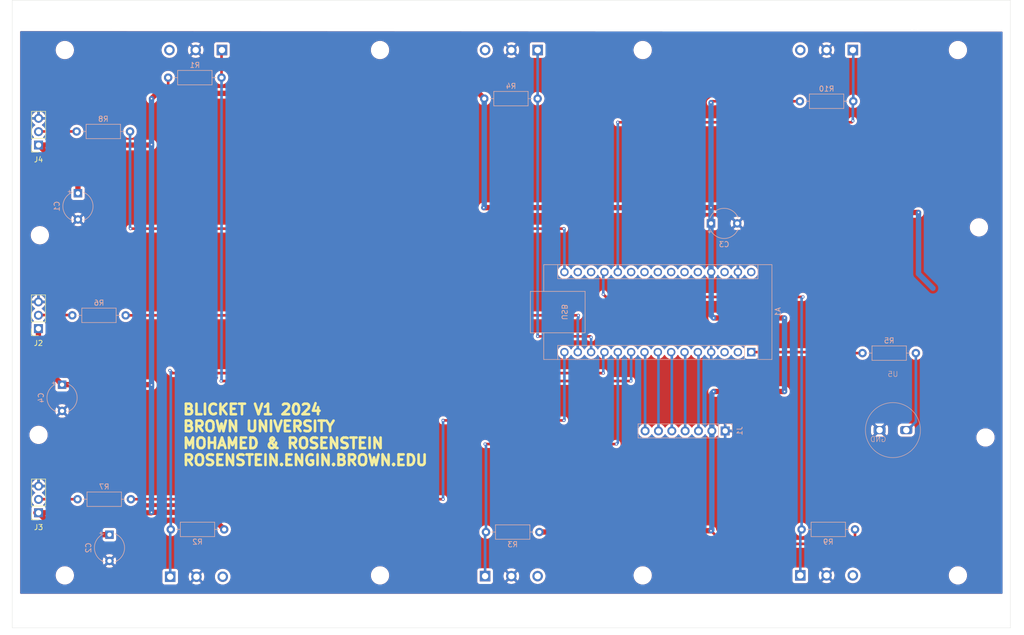
<source format=kicad_pcb>
(kicad_pcb (version 20240108) (generator "pcbnew") (generator_version "8.0")
  (layers (0 "F.Cu" signal) (31 "B.Cu" signal) (34 "B.Paste" user) (35 "F.Paste" user) (36 "B.SilkS" user "B.Silkscreen") (37 "F.SilkS" user "F.Silkscreen") (38 "B.Mask" user) (39 "F.Mask" user) (44 "Edge.Cuts" user))
  (net 0 "")
  (footprint "First_cost_Library:switch" (layer "F.Cu") (at 76.41 39.5 -90)
    (property "Reference" "U1" (hide yes))
    (property "Value" "~" (hide yes))
    (pad "1" thru_hole rect (at 5 -13 270) (size 2 2) (drill 1.2) (layers "*.Cu" "*.Mask"))
    (pad "2" thru_hole circle (at 5 -8 270) (size 2 2) (drill 1.2) (layers "*.Cu" "*.Mask"))
    (pad "3" thru_hole circle (at 5 -3 270) (size 2 2) (drill 1.2) (layers "*.Cu" "*.Mask"))
  )
  (footprint "MountingHole:MountingHole_3mm" (layer "F.Cu") (at 54.75 79.75)
    (property "Reference" "REF**" (hide yes))
    (property "Value" "MountingHole_3mm")
    (pad "" np_thru_hole circle (at 0 0) (size 3 3) (drill 3) (layers "F&B.Cu" "*.Mask"))
  )
  (footprint "MountingHole:MountingHole_3mm" (layer "F.Cu") (at 229.5 44.5)
    (property "Reference" "REF**" (hide yes))
    (property "Value" "MountingHole_3mm")
    (pad "" np_thru_hole circle (at 0 0) (size 3 3) (drill 3) (layers "*.Cu" "*.Mask"))
  )
  (footprint "MountingHole:MountingHole_3mm" (layer "F.Cu") (at 59.5 144.5)
    (property "Reference" "REF**" (hide yes))
    (property "Value" "MountingHole_3mm")
    (pad "" np_thru_hole circle (at 0 0) (size 3 3) (drill 3) (layers "*.Cu" "*.Mask"))
  )
  (footprint "MountingHole:MountingHole_3mm" (layer "F.Cu") (at 221.25 39)
    (property "Reference" "REF**" (hide yes))
    (property "Value" "MountingHole_3mm")
    (pad "" np_thru_hole circle (at 0 0) (size 3 3) (drill 3) (layers "F&B.Cu" "*.Mask"))
  )
  (footprint "MountingHole:MountingHole_3mm" (layer "F.Cu") (at 119.5 144.5)
    (property "Reference" "REF**" (hide yes))
    (property "Value" "MountingHole_3mm")
    (pad "" np_thru_hole circle (at 0 0) (size 3 3) (drill 3) (layers "*.Cu" "*.Mask"))
  )
  (footprint "First_cost_Library:switch" (layer "F.Cu") (at 196.5 39.5 -90)
    (property "Reference" "U7" (hide yes))
    (property "Value" "~" (hide yes))
    (pad "1" thru_hole rect (at 5 -13 270) (size 2 2) (drill 1.2) (layers "*.Cu" "*.Mask"))
    (pad "2" thru_hole circle (at 5 -8 270) (size 2 2) (drill 1.2) (layers "*.Cu" "*.Mask"))
    (pad "3" thru_hole circle (at 5 -3 270) (size 2 2) (drill 1.2) (layers "*.Cu" "*.Mask"))
  )
  (footprint "MountingHole:MountingHole_3mm" (layer "F.Cu") (at 229.5 144.5)
    (property "Reference" "REF**" (hide yes))
    (property "Value" "MountingHole_3mm")
    (pad "" np_thru_hole circle (at 0 0) (size 3 3) (drill 3) (layers "*.Cu" "*.Mask"))
  )
  (footprint "MountingHole:MountingHole_3mm" (layer "F.Cu") (at 69.5 151)
    (property "Reference" "REF**" (hide yes))
    (property "Value" "MountingHole_3mm")
    (pad "" np_thru_hole circle (at 0 0) (size 3 3) (drill 3) (layers "F&B.Cu" "*.Mask"))
  )
  (footprint "MountingHole:MountingHole_3mm" (layer "F.Cu") (at 169.5 44.5)
    (property "Reference" "REF**" (hide yes))
    (property "Value" "MountingHole_3mm")
    (pad "" np_thru_hole circle (at 0 0) (size 3 3) (drill 3) (layers "*.Cu" "*.Mask"))
  )
  (footprint "Connector_PinSocket_2.54mm:PinSocket_1x03_P2.54mm_Vertical" (layer "F.Cu") (at 54.475 97.525 180)
    (property "Reference" "J2" (at 0 -2.77 0) (layer "F.SilkS"))
    (property "Value" "Conn_01x03_Pin")
    (fp_line (start 1.33 1.27) (end 1.33 6.41) (stroke (width 0.12)) (layer "F.SilkS"))
    (fp_line (start 1.33 -1.33) (end 1.33 0) (stroke (width 0.12)) (layer "F.SilkS"))
    (fp_line (start 0 -1.33) (end 1.33 -1.33) (stroke (width 0.12)) (layer "F.SilkS"))
    (fp_line (start -1.33 6.41) (end 1.33 6.41) (stroke (width 0.12)) (layer "F.SilkS"))
    (fp_line (start -1.33 1.27) (end 1.33 1.27) (stroke (width 0.12)) (layer "F.SilkS"))
    (fp_line (start -1.33 1.27) (end -1.33 6.41) (stroke (width 0.12)) (layer "F.SilkS"))
    (pad "1" thru_hole rect (at 0 0 180) (size 1.7 1.7) (drill 1) (layers "*.Cu" "*.Mask"))
    (pad "2" thru_hole oval (at 0 2.54 180) (size 1.7 1.7) (drill 1) (layers "*.Cu" "*.Mask"))
    (pad "3" thru_hole oval (at 0 5.08 180) (size 1.7 1.7) (drill 1) (layers "*.Cu" "*.Mask"))
  )
  (footprint "MountingHole:MountingHole_3mm" (layer "F.Cu") (at 119.5 44.5)
    (property "Reference" "REF**" (hide yes))
    (property "Value" "MountingHole_3mm")
    (pad "" np_thru_hole circle (at 0 0) (size 3 3) (drill 3) (layers "*.Cu" "*.Mask"))
  )
  (footprint "MountingHole:MountingHole_3mm" (layer "F.Cu") (at 54.5 117.75)
    (property "Reference" "REF**" (hide yes))
    (property "Value" "MountingHole_3mm")
    (pad "" np_thru_hole circle (at 0 0) (size 3 3) (drill 3) (layers "F&B.Cu" "*.Mask"))
  )
  (footprint "Connector_PinSocket_2.54mm:PinSocket_1x03_P2.54mm_Vertical" (layer "F.Cu") (at 54.5 62.58 180)
    (property "Reference" "J4" (at 0 -2.77 0) (layer "F.SilkS"))
    (property "Value" "Conn_01x03_Pin")
    (fp_line (start 1.33 1.27) (end 1.33 6.41) (stroke (width 0.12)) (layer "F.SilkS"))
    (fp_line (start 1.33 -1.33) (end 1.33 0) (stroke (width 0.12)) (layer "F.SilkS"))
    (fp_line (start 0 -1.33) (end 1.33 -1.33) (stroke (width 0.12)) (layer "F.SilkS"))
    (fp_line (start -1.33 6.41) (end 1.33 6.41) (stroke (width 0.12)) (layer "F.SilkS"))
    (fp_line (start -1.33 1.27) (end 1.33 1.27) (stroke (width 0.12)) (layer "F.SilkS"))
    (fp_line (start -1.33 1.27) (end -1.33 6.41) (stroke (width 0.12)) (layer "F.SilkS"))
    (pad "1" thru_hole rect (at 0 0 180) (size 1.7 1.7) (drill 1) (layers "*.Cu" "*.Mask"))
    (pad "2" thru_hole oval (at 0 2.54 180) (size 1.7 1.7) (drill 1) (layers "*.Cu" "*.Mask"))
    (pad "3" thru_hole oval (at 0 5.08 180) (size 1.7 1.7) (drill 1) (layers "*.Cu" "*.Mask"))
  )
  (footprint "MountingHole:MountingHole_3mm" (layer "F.Cu") (at 59.5 44.5)
    (property "Reference" "REF**" (hide yes))
    (property "Value" "MountingHole_3mm")
    (pad "" np_thru_hole circle (at 0 0) (size 3 3) (drill 3) (layers "*.Cu" "*.Mask"))
  )
  (footprint "First_cost_Library:switch" (layer "F.Cu") (at 212.5 149.5 90)
    (property "Reference" "U6" (hide yes))
    (property "Value" "~" (hide yes))
    (pad "1" thru_hole rect (at 5 -13 90) (size 2 2) (drill 1.2) (layers "*.Cu" "*.Mask"))
    (pad "2" thru_hole circle (at 5 -8 90) (size 2 2) (drill 1.2) (layers "*.Cu" "*.Mask"))
    (pad "3" thru_hole circle (at 5 -3 90) (size 2 2) (drill 1.2) (layers "*.Cu" "*.Mask"))
  )
  (footprint "First_cost_Library:switch" (layer "F.Cu") (at 152.5 149.6375 90)
    (property "Reference" "U3" (hide yes))
    (property "Value" "~" (hide yes))
    (pad "1" thru_hole rect (at 5 -13 90) (size 2 2) (drill 1.2) (layers "*.Cu" "*.Mask"))
    (pad "2" thru_hole circle (at 5 -8 90) (size 2 2) (drill 1.2) (layers "*.Cu" "*.Mask"))
    (pad "3" thru_hole circle (at 5 -3 90) (size 2 2) (drill 1.2) (layers "*.Cu" "*.Mask"))
  )
  (footprint "MountingHole:MountingHole_3mm" (layer "F.Cu") (at 234.75 118.25)
    (property "Reference" "REF**" (hide yes))
    (property "Value" "MountingHole_3mm")
    (pad "" np_thru_hole circle (at 0 0) (size 3 3) (drill 3) (layers "F&B.Cu" "*.Mask"))
  )
  (footprint "First_cost_Library:switch" (layer "F.Cu") (at 136.5 39.5 -90)
    (property "Reference" "U4" (hide yes))
    (property "Value" "~" (hide yes))
    (pad "1" thru_hole rect (at 5 -13 270) (size 2 2) (drill 1.2) (layers "*.Cu" "*.Mask"))
    (pad "2" thru_hole circle (at 5 -8 270) (size 2 2) (drill 1.2) (layers "*.Cu" "*.Mask"))
    (pad "3" thru_hole circle (at 5 -3 270) (size 2 2) (drill 1.2) (layers "*.Cu" "*.Mask"))
  )
  (footprint "MountingHole:MountingHole_3mm" (layer "F.Cu") (at 169.5 144.5)
    (property "Reference" "REF**" (hide yes))
    (property "Value" "MountingHole_3mm")
    (pad "" np_thru_hole circle (at 0 0) (size 3 3) (drill 3) (layers "*.Cu" "*.Mask"))
  )
  (footprint "MountingHole:MountingHole_3mm" (layer "F.Cu") (at 69.25 38.75)
    (property "Reference" "REF**" (hide yes))
    (property "Value" "MountingHole_3mm")
    (pad "" np_thru_hole circle (at 0 0) (size 3 3) (drill 3) (layers "F&B.Cu" "*.Mask"))
  )
  (footprint "First_cost_Library:switch" (layer "F.Cu") (at 92.5575 149.75 90)
    (property "Reference" "U2" (hide yes))
    (property "Value" "~" (hide yes))
    (pad "1" thru_hole rect (at 5 -13 90) (size 2 2) (drill 1.2) (layers "*.Cu" "*.Mask"))
    (pad "2" thru_hole circle (at 5 -8 90) (size 2 2) (drill 1.2) (layers "*.Cu" "*.Mask"))
    (pad "3" thru_hole circle (at 5 -3 90) (size 2 2) (drill 1.2) (layers "*.Cu" "*.Mask"))
  )
  (footprint "MountingHole:MountingHole_3mm" (layer "F.Cu") (at 222.5 151)
    (property "Reference" "REF**" (hide yes))
    (property "Value" "MountingHole_3mm")
    (pad "" np_thru_hole circle (at 0 0) (size 3 3) (drill 3) (layers "F&B.Cu" "*.Mask"))
  )
  (footprint "Connector_PinSocket_2.54mm:PinSocket_1x03_P2.54mm_Vertical" (layer "F.Cu") (at 54.5 132.58 180)
    (property "Reference" "J3" (at 0 -2.77 0) (layer "F.SilkS"))
    (property "Value" "Conn_01x03_Pin")
    (fp_line (start 1.33 1.27) (end 1.33 6.41) (stroke (width 0.12)) (layer "F.SilkS"))
    (fp_line (start 1.33 -1.33) (end 1.33 0) (stroke (width 0.12)) (layer "F.SilkS"))
    (fp_line (start 0 -1.33) (end 1.33 -1.33) (stroke (width 0.12)) (layer "F.SilkS"))
    (fp_line (start -1.33 6.41) (end 1.33 6.41) (stroke (width 0.12)) (layer "F.SilkS"))
    (fp_line (start -1.33 1.27) (end 1.33 1.27) (stroke (width 0.12)) (layer "F.SilkS"))
    (fp_line (start -1.33 1.27) (end -1.33 6.41) (stroke (width 0.12)) (layer "F.SilkS"))
    (pad "1" thru_hole rect (at 0 0 180) (size 1.7 1.7) (drill 1) (layers "*.Cu" "*.Mask"))
    (pad "2" thru_hole oval (at 0 2.54 180) (size 1.7 1.7) (drill 1) (layers "*.Cu" "*.Mask"))
    (pad "3" thru_hole oval (at 0 5.08 180) (size 1.7 1.7) (drill 1) (layers "*.Cu" "*.Mask"))
  )
  (footprint "MountingHole:MountingHole_3mm" (layer "F.Cu") (at 233.5 78.25)
    (property "Reference" "REF**" (hide yes))
    (property "Value" "MountingHole_3mm")
    (pad "" np_thru_hole circle (at 0 0) (size 3 3) (drill 3) (layers "F&B.Cu" "*.Mask"))
  )
  (footprint "Capacitor_THT:CP_Radial_Tantal_D5.5mm_P5.00mm" (layer "B.Cu") (at 68 136.75 -90)
    (property "Reference" "C2" (at 2.5 4 90) (layer "B.SilkS") (effects (justify mirror)))
    (property "Value" "C_Polarized")
    (fp_line (start -0.022262 1.615) (end -0.572262 1.615) (stroke (width 0.12)) (layer "B.SilkS"))
    (fp_line (start -0.297262 1.34) (end -0.297262 1.89) (stroke (width 0.12)) (layer "B.SilkS"))
    (fp_arc (start 5.167077 1.06) (mid 2.5 2.87) (end -0.167077 1.06) (stroke (width 0.12)) (layer "B.SilkS"))
    (fp_arc (start -0.167077 -1.06) (mid 2.5 -2.87) (end 5.167077 -1.06) (stroke (width 0.12)) (layer "B.SilkS"))
    (pad "1" thru_hole rect (at 0 0 270) (size 1.6 1.6) (drill 0.8) (layers "*.Cu" "*.Mask"))
    (pad "2" thru_hole circle (at 5 0 270) (size 1.6 1.6) (drill 0.8) (layers "*.Cu" "*.Mask"))
  )
  (footprint "Capacitor_THT:CP_Radial_Tantal_D5.5mm_P5.00mm" (layer "B.Cu") (at 58.975 108.195 -90)
    (property "Reference" "C4" (at 2.5 4 90) (layer "B.SilkS") (effects (justify mirror)))
    (property "Value" "C_Polarized")
    (fp_line (start -0.022262 1.615) (end -0.572262 1.615) (stroke (width 0.12)) (layer "B.SilkS"))
    (fp_line (start -0.297262 1.34) (end -0.297262 1.89) (stroke (width 0.12)) (layer "B.SilkS"))
    (fp_arc (start 5.167077 1.06) (mid 2.5 2.87) (end -0.167077 1.06) (stroke (width 0.12)) (layer "B.SilkS"))
    (fp_arc (start -0.167077 -1.06) (mid 2.5 -2.87) (end 5.167077 -1.06) (stroke (width 0.12)) (layer "B.SilkS"))
    (pad "1" thru_hole rect (at 0 0 270) (size 1.6 1.6) (drill 0.8) (layers "*.Cu" "*.Mask"))
    (pad "2" thru_hole circle (at 5 0 270) (size 1.6 1.6) (drill 0.8) (layers "*.Cu" "*.Mask"))
  )
  (footprint "Resistor_THT:R_Axial_DIN0207_L6.3mm_D2.5mm_P10.16mm_Horizontal" (layer "B.Cu") (at 79.67 135.75)
    (property "Reference" "R2" (at 5.08 2.37 0) (layer "B.SilkS") (effects (justify mirror)))
    (property "Value" "10k")
    (fp_line (start 1.81 -1.37) (end 1.81 1.37) (stroke (width 0.12)) (layer "B.SilkS"))
    (fp_line (start 1.81 0) (end 1.04 0) (stroke (width 0.12)) (layer "B.SilkS"))
    (fp_line (start 1.81 1.37) (end 8.35 1.37) (stroke (width 0.12)) (layer "B.SilkS"))
    (fp_line (start 8.35 -1.37) (end 1.81 -1.37) (stroke (width 0.12)) (layer "B.SilkS"))
    (fp_line (start 8.35 0) (end 9.12 0) (stroke (width 0.12)) (layer "B.SilkS"))
    (fp_line (start 8.35 1.37) (end 8.35 -1.37) (stroke (width 0.12)) (layer "B.SilkS"))
    (pad "1" thru_hole circle (at 0 0) (size 1.6 1.6) (drill 0.8) (layers "*.Cu" "*.Mask"))
    (pad "2" thru_hole oval (at 10.16 0) (size 1.6 1.6) (drill 0.8) (layers "*.Cu" "*.Mask"))
  )
  (footprint "Capacitor_THT:CP_Radial_Tantal_D5.5mm_P5.00mm" (layer "B.Cu") (at 62 71.75 -90)
    (property "Reference" "C1" (at 2.5 4 90) (layer "B.SilkS") (effects (justify mirror)))
    (property "Value" "C_Polarized")
    (fp_line (start -0.022262 1.615) (end -0.572262 1.615) (stroke (width 0.12)) (layer "B.SilkS"))
    (fp_line (start -0.297262 1.34) (end -0.297262 1.89) (stroke (width 0.12)) (layer "B.SilkS"))
    (fp_arc (start 5.167077 1.06) (mid 2.5 2.87) (end -0.167077 1.06) (stroke (width 0.12)) (layer "B.SilkS"))
    (fp_arc (start -0.167077 -1.06) (mid 2.5 -2.87) (end 5.167077 -1.06) (stroke (width 0.12)) (layer "B.SilkS"))
    (pad "1" thru_hole rect (at 0 0 270) (size 1.6 1.6) (drill 0.8) (layers "*.Cu" "*.Mask"))
    (pad "2" thru_hole circle (at 5 0 270) (size 1.6 1.6) (drill 0.8) (layers "*.Cu" "*.Mask"))
  )
  (footprint "Capacitor_THT:CP_Radial_Tantal_D5.5mm_P5.00mm" (layer "B.Cu") (at 182.5 77.5)
    (property "Reference" "C3" (at 2.5 4 0) (layer "B.SilkS") (effects (justify mirror)))
    (property "Value" "C_Polarized")
    (fp_line (start -0.297262 1.34) (end -0.297262 1.89) (stroke (width 0.12)) (layer "B.SilkS"))
    (fp_line (start -0.022262 1.615) (end -0.572262 1.615) (stroke (width 0.12)) (layer "B.SilkS"))
    (fp_arc (start -0.167077 -1.06) (mid 2.5 -2.87) (end 5.167077 -1.06) (stroke (width 0.12)) (layer "B.SilkS"))
    (fp_arc (start 5.167077 1.06) (mid 2.5 2.87) (end -0.167077 1.06) (stroke (width 0.12)) (layer "B.SilkS"))
    (pad "1" thru_hole rect (at 0 0) (size 1.6 1.6) (drill 0.8) (layers "*.Cu" "*.Mask"))
    (pad "2" thru_hole circle (at 5 0) (size 1.6 1.6) (drill 0.8) (layers "*.Cu" "*.Mask"))
  )
  (footprint "Resistor_THT:R_Axial_DIN0207_L6.3mm_D2.5mm_P10.16mm_Horizontal" (layer "B.Cu") (at 71.08 95 180)
    (property "Reference" "R6" (at 5.08 2.37 0) (layer "B.SilkS") (effects (justify mirror)))
    (property "Value" "10k")
    (fp_line (start 8.35 1.37) (end 8.35 -1.37) (stroke (width 0.12)) (layer "B.SilkS"))
    (fp_line (start 8.35 0) (end 9.12 0) (stroke (width 0.12)) (layer "B.SilkS"))
    (fp_line (start 8.35 -1.37) (end 1.81 -1.37) (stroke (width 0.12)) (layer "B.SilkS"))
    (fp_line (start 1.81 1.37) (end 8.35 1.37) (stroke (width 0.12)) (layer "B.SilkS"))
    (fp_line (start 1.81 0) (end 1.04 0) (stroke (width 0.12)) (layer "B.SilkS"))
    (fp_line (start 1.81 -1.37) (end 1.81 1.37) (stroke (width 0.12)) (layer "B.SilkS"))
    (pad "1" thru_hole circle (at 0 0 180) (size 1.6 1.6) (drill 0.8) (layers "*.Cu" "*.Mask"))
    (pad "2" thru_hole oval (at 10.16 0 180) (size 1.6 1.6) (drill 0.8) (layers "*.Cu" "*.Mask"))
  )
  (footprint "Resistor_THT:R_Axial_DIN0207_L6.3mm_D2.5mm_P10.16mm_Horizontal" (layer "B.Cu") (at 72.08 130 180)
    (property "Reference" "R7" (at 5.08 2.37 0) (layer "B.SilkS") (effects (justify mirror)))
    (property "Value" "10k")
    (fp_line (start 8.35 1.37) (end 8.35 -1.37) (stroke (width 0.12)) (layer "B.SilkS"))
    (fp_line (start 8.35 0) (end 9.12 0) (stroke (width 0.12)) (layer "B.SilkS"))
    (fp_line (start 8.35 -1.37) (end 1.81 -1.37) (stroke (width 0.12)) (layer "B.SilkS"))
    (fp_line (start 1.81 1.37) (end 8.35 1.37) (stroke (width 0.12)) (layer "B.SilkS"))
    (fp_line (start 1.81 0) (end 1.04 0) (stroke (width 0.12)) (layer "B.SilkS"))
    (fp_line (start 1.81 -1.37) (end 1.81 1.37) (stroke (width 0.12)) (layer "B.SilkS"))
    (pad "1" thru_hole circle (at 0 0 180) (size 1.6 1.6) (drill 0.8) (layers "*.Cu" "*.Mask"))
    (pad "2" thru_hole oval (at 10.16 0 180) (size 1.6 1.6) (drill 0.8) (layers "*.Cu" "*.Mask"))
  )
  (footprint "Resistor_THT:R_Axial_DIN0207_L6.3mm_D2.5mm_P10.16mm_Horizontal" (layer "B.Cu") (at 221.5 102.188172 180)
    (property "Reference" "R5" (at 5.08 2.37 0) (layer "B.SilkS") (effects (justify mirror)))
    (property "Value" "10k")
    (fp_line (start 8.35 1.37) (end 8.35 -1.37) (stroke (width 0.12)) (layer "B.SilkS"))
    (fp_line (start 8.35 0) (end 9.12 0) (stroke (width 0.12)) (layer "B.SilkS"))
    (fp_line (start 8.35 -1.37) (end 1.81 -1.37) (stroke (width 0.12)) (layer "B.SilkS"))
    (fp_line (start 1.81 1.37) (end 8.35 1.37) (stroke (width 0.12)) (layer "B.SilkS"))
    (fp_line (start 1.81 0) (end 1.04 0) (stroke (width 0.12)) (layer "B.SilkS"))
    (fp_line (start 1.81 -1.37) (end 1.81 1.37) (stroke (width 0.12)) (layer "B.SilkS"))
    (pad "1" thru_hole circle (at 0 0 180) (size 1.6 1.6) (drill 0.8) (layers "*.Cu" "*.Mask"))
    (pad "2" thru_hole oval (at 10.16 0 180) (size 1.6 1.6) (drill 0.8) (layers "*.Cu" "*.Mask"))
  )
  (footprint "Module:Arduino_Nano" (layer "B.Cu") (at 190.16 102 90)
    (property "Reference" "A1" (at 7.62 5.08 90) (layer "B.SilkS") (effects (justify mirror)))
    (property "Value" "Arduino_Nano_Every")
    (fp_line (start 11.56 -42.04) (end 11.56 -31.62) (stroke (width 0.12)) (layer "B.SilkS"))
    (fp_line (start 3.68 -42.04) (end 11.56 -42.04) (stroke (width 0.12)) (layer "B.SilkS"))
    (fp_line (start 11.56 -39.5) (end 16.64 -39.5) (stroke (width 0.12)) (layer "B.SilkS"))
    (fp_line (start 3.68 -39.5) (end -1.4 -39.5) (stroke (width 0.12)) (layer "B.SilkS"))
    (fp_line (start -1.4 -39.5) (end -1.4 -1.27) (stroke (width 0.12)) (layer "B.SilkS"))
    (fp_line (start 16.64 -36.83) (end 13.97 -36.83) (stroke (width 0.12)) (layer "B.SilkS"))
    (fp_line (start 13.97 -36.83) (end 13.97 1.27) (stroke (width 0.12)) (layer "B.SilkS"))
    (fp_line (start 1.27 -36.83) (end 1.27 -1.27) (stroke (width 0.12)) (layer "B.SilkS"))
    (fp_line (start -1.4 -36.83) (end 1.27 -36.83) (stroke (width 0.12)) (layer "B.SilkS"))
    (fp_line (start 11.56 -31.62) (end 3.68 -31.62) (stroke (width 0.12)) (layer "B.SilkS"))
    (fp_line (start 3.68 -31.62) (end 3.68 -42.04) (stroke (width 0.12)) (layer "B.SilkS"))
    (fp_line (start -1.4 -1.27) (end 1.27 -1.27) (stroke (width 0.12)) (layer "B.SilkS"))
    (fp_line (start 16.64 1.27) (end 13.97 1.27) (stroke (width 0.12)) (layer "B.SilkS"))
    (fp_line (start 1.27 1.27) (end 1.27 -1.27) (stroke (width 0.12)) (layer "B.SilkS"))
    (fp_line (start -1.4 1.27) (end 1.27 1.27) (stroke (width 0.12)) (layer "B.SilkS"))
    (fp_line (start -1.4 1.27) (end -1.4 3.94) (stroke (width 0.12)) (layer "B.SilkS"))
    (fp_line (start 16.64 3.94) (end 16.64 -39.5) (stroke (width 0.12)) (layer "B.SilkS"))
    (fp_line (start -1.4 3.94) (end 16.64 3.94) (stroke (width 0.12)) (layer "B.SilkS"))
    (fp_text user "USB" (at 7.62 -35.56 -90) (layer "B.SilkS") (effects (justify mirror)))
    (pad "1" thru_hole rect (at 0 0 90) (size 1.6 1.6) (drill 1) (layers "*.Cu" "*.Mask"))
    (pad "2" thru_hole oval (at 0 -2.54 90) (size 1.6 1.6) (drill 1) (layers "*.Cu" "*.Mask"))
    (pad "3" thru_hole oval (at 0 -5.08 90) (size 1.6 1.6) (drill 1) (layers "*.Cu" "*.Mask"))
    (pad "4" thru_hole oval (at 0 -7.62 90) (size 1.6 1.6) (drill 1) (layers "*.Cu" "*.Mask"))
    (pad "5" thru_hole oval (at 0 -10.16 90) (size 1.6 1.6) (drill 1) (layers "*.Cu" "*.Mask"))
    (pad "6" thru_hole oval (at 0 -12.7 90) (size 1.6 1.6) (drill 1) (layers "*.Cu" "*.Mask"))
    (pad "7" thru_hole oval (at 0 -15.24 90) (size 1.6 1.6) (drill 1) (layers "*.Cu" "*.Mask"))
    (pad "8" thru_hole oval (at 0 -17.78 90) (size 1.6 1.6) (drill 1) (layers "*.Cu" "*.Mask"))
    (pad "9" thru_hole oval (at 0 -20.32 90) (size 1.6 1.6) (drill 1) (layers "*.Cu" "*.Mask"))
    (pad "10" thru_hole oval (at 0 -22.86 90) (size 1.6 1.6) (drill 1) (layers "*.Cu" "*.Mask"))
    (pad "11" thru_hole oval (at 0 -25.4 90) (size 1.6 1.6) (drill 1) (layers "*.Cu" "*.Mask"))
    (pad "12" thru_hole oval (at 0 -27.94 90) (size 1.6 1.6) (drill 1) (layers "*.Cu" "*.Mask"))
    (pad "13" thru_hole oval (at 0 -30.48 90) (size 1.6 1.6) (drill 1) (layers "*.Cu" "*.Mask"))
    (pad "14" thru_hole oval (at 0 -33.02 90) (size 1.6 1.6) (drill 1) (layers "*.Cu" "*.Mask"))
    (pad "15" thru_hole oval (at 0 -35.56 90) (size 1.6 1.6) (drill 1) (layers "*.Cu" "*.Mask"))
    (pad "16" thru_hole oval (at 15.24 -35.56 90) (size 1.6 1.6) (drill 1) (layers "*.Cu" "*.Mask"))
    (pad "17" thru_hole oval (at 15.24 -33.02 90) (size 1.6 1.6) (drill 1) (layers "*.Cu" "*.Mask"))
    (pad "18" thru_hole oval (at 15.24 -30.48 90) (size 1.6 1.6) (drill 1) (layers "*.Cu" "*.Mask"))
    (pad "19" thru_hole oval (at 15.24 -27.94 90) (size 1.6 1.6) (drill 1) (layers "*.Cu" "*.Mask"))
    (pad "20" thru_hole oval (at 15.24 -25.4 90) (size 1.6 1.6) (drill 1) (layers "*.Cu" "*.Mask"))
    (pad "21" thru_hole oval (at 15.24 -22.86 90) (size 1.6 1.6) (drill 1) (layers "*.Cu" "*.Mask"))
    (pad "22" thru_hole oval (at 15.24 -20.32 90) (size 1.6 1.6) (drill 1) (layers "*.Cu" "*.Mask"))
    (pad "23" thru_hole oval (at 15.24 -17.78 90) (size 1.6 1.6) (drill 1) (layers "*.Cu" "*.Mask"))
    (pad "24" thru_hole oval (at 15.24 -15.24 90) (size 1.6 1.6) (drill 1) (layers "*.Cu" "*.Mask"))
    (pad "25" thru_hole oval (at 15.24 -12.7 90) (size 1.6 1.6) (drill 1) (layers "*.Cu" "*.Mask"))
    (pad "26" thru_hole oval (at 15.24 -10.16 90) (size 1.6 1.6) (drill 1) (layers "*.Cu" "*.Mask"))
    (pad "27" thru_hole oval (at 15.24 -7.62 90) (size 1.6 1.6) (drill 1) (layers "*.Cu" "*.Mask"))
    (pad "28" thru_hole oval (at 15.24 -5.08 90) (size 1.6 1.6) (drill 1) (layers "*.Cu" "*.Mask"))
    (pad "29" thru_hole oval (at 15.24 -2.54 90) (size 1.6 1.6) (drill 1) (layers "*.Cu" "*.Mask"))
    (pad "30" thru_hole oval (at 15.24 0 90) (size 1.6 1.6) (drill 1) (layers "*.Cu" "*.Mask"))
  )
  (footprint "Resistor_THT:R_Axial_DIN0207_L6.3mm_D2.5mm_P10.16mm_Horizontal" (layer "B.Cu") (at 199.75 135.75)
    (property "Reference" "R9" (at 5.08 2.37 0) (layer "B.SilkS") (effects (justify mirror)))
    (property "Value" "10k")
    (fp_line (start 1.81 -1.37) (end 1.81 1.37) (stroke (width 0.12)) (layer "B.SilkS"))
    (fp_line (start 1.81 0) (end 1.04 0) (stroke (width 0.12)) (layer "B.SilkS"))
    (fp_line (start 1.81 1.37) (end 8.35 1.37) (stroke (width 0.12)) (layer "B.SilkS"))
    (fp_line (start 8.35 -1.37) (end 1.81 -1.37) (stroke (width 0.12)) (layer "B.SilkS"))
    (fp_line (start 8.35 0) (end 9.12 0) (stroke (width 0.12)) (layer "B.SilkS"))
    (fp_line (start 8.35 1.37) (end 8.35 -1.37) (stroke (width 0.12)) (layer "B.SilkS"))
    (pad "1" thru_hole circle (at 0 0) (size 1.6 1.6) (drill 0.8) (layers "*.Cu" "*.Mask"))
    (pad "2" thru_hole oval (at 10.16 0) (size 1.6 1.6) (drill 0.8) (layers "*.Cu" "*.Mask"))
  )
  (footprint "Resistor_THT:R_Axial_DIN0207_L6.3mm_D2.5mm_P10.16mm_Horizontal" (layer "B.Cu") (at 71.91 60 180)
    (property "Reference" "R8" (at 5.08 2.37 0) (layer "B.SilkS") (effects (justify mirror)))
    (property "Value" "10k")
    (fp_line (start 8.35 1.37) (end 8.35 -1.37) (stroke (width 0.12)) (layer "B.SilkS"))
    (fp_line (start 8.35 0) (end 9.12 0) (stroke (width 0.12)) (layer "B.SilkS"))
    (fp_line (start 8.35 -1.37) (end 1.81 -1.37) (stroke (width 0.12)) (layer "B.SilkS"))
    (fp_line (start 1.81 1.37) (end 8.35 1.37) (stroke (width 0.12)) (layer "B.SilkS"))
    (fp_line (start 1.81 0) (end 1.04 0) (stroke (width 0.12)) (layer "B.SilkS"))
    (fp_line (start 1.81 -1.37) (end 1.81 1.37) (stroke (width 0.12)) (layer "B.SilkS"))
    (pad "1" thru_hole circle (at 0 0 180) (size 1.6 1.6) (drill 0.8) (layers "*.Cu" "*.Mask"))
    (pad "2" thru_hole oval (at 10.16 0 180) (size 1.6 1.6) (drill 0.8) (layers "*.Cu" "*.Mask"))
  )
  (footprint "First_cost_Library:PS1240" (layer "B.Cu") (at 217.13 106.688172 180)
    (property "Reference" "U5" (at 0 0.5 0) (layer "B.SilkS") (effects (font (thickness 0.1)) (justify mirror)))
    (property "Value" "~")
    (fp_circle (center 0 -10.16) (end 1.27 -15.24) (stroke (width 0.1)) (fill none) (layer "B.SilkS"))
    (pad "1" thru_hole roundrect (at -2.54 -10.16 180) (size 2.286 1.524) (drill 1.2) (layers "*.Cu" "*.Mask"))
    (pad "2" thru_hole roundrect (at 2.54 -10.16 180) (size 2.286 1.524) (drill 1.2) (layers "*.Cu" "*.Mask"))
  )
  (footprint "Connector_PinSocket_2.54mm:PinSocket_1x07_P2.54mm_Vertical" (layer "B.Cu") (at 185.2 117 90)
    (property "Reference" "J1" (at 0 2.77 90) (layer "B.SilkS") (effects (justify mirror)))
    (property "Value" "Conn_01x07_Pin")
    (fp_line (start 1.33 -16.57) (end -1.33 -16.57) (stroke (width 0.12)) (layer "B.SilkS"))
    (fp_line (start 1.33 -16.57) (end 1.33 -1.27) (stroke (width 0.12)) (layer "B.SilkS"))
    (fp_line (start -1.33 -16.57) (end -1.33 -1.27) (stroke (width 0.12)) (layer "B.SilkS"))
    (fp_line (start 1.33 -1.27) (end -1.33 -1.27) (stroke (width 0.12)) (layer "B.SilkS"))
    (fp_line (start 1.33 0) (end 1.33 1.33) (stroke (width 0.12)) (layer "B.SilkS"))
    (fp_line (start 1.33 1.33) (end 0 1.33) (stroke (width 0.12)) (layer "B.SilkS"))
    (pad "1" thru_hole rect (at 0 0 90) (size 1.7 1.7) (drill 1) (layers "*.Cu" "*.Mask"))
    (pad "2" thru_hole oval (at 0 -2.54 90) (size 1.7 1.7) (drill 1) (layers "*.Cu" "*.Mask"))
    (pad "3" thru_hole oval (at 0 -5.08 90) (size 1.7 1.7) (drill 1) (layers "*.Cu" "*.Mask"))
    (pad "4" thru_hole oval (at 0 -7.62 90) (size 1.7 1.7) (drill 1) (layers "*.Cu" "*.Mask"))
    (pad "5" thru_hole oval (at 0 -10.16 90) (size 1.7 1.7) (drill 1) (layers "*.Cu" "*.Mask"))
    (pad "6" thru_hole oval (at 0 -12.7 90) (size 1.7 1.7) (drill 1) (layers "*.Cu" "*.Mask"))
    (pad "7" thru_hole oval (at 0 -15.24 90) (size 1.7 1.7) (drill 1) (layers "*.Cu" "*.Mask"))
  )
  (footprint "Resistor_THT:R_Axial_DIN0207_L6.3mm_D2.5mm_P10.16mm_Horizontal" (layer "B.Cu") (at 89.33 49.75 180)
    (property "Reference" "R1" (at 5.08 2.37 0) (layer "B.SilkS") (effects (justify mirror)))
    (property "Value" "10k")
    (fp_line (start 8.35 1.37) (end 8.35 -1.37) (stroke (width 0.12)) (layer "B.SilkS"))
    (fp_line (start 8.35 0) (end 9.12 0) (stroke (width 0.12)) (layer "B.SilkS"))
    (fp_line (start 8.35 -1.37) (end 1.81 -1.37) (stroke (width 0.12)) (layer "B.SilkS"))
    (fp_line (start 1.81 1.37) (end 8.35 1.37) (stroke (width 0.12)) (layer "B.SilkS"))
    (fp_line (start 1.81 0) (end 1.04 0) (stroke (width 0.12)) (layer "B.SilkS"))
    (fp_line (start 1.81 -1.37) (end 1.81 1.37) (stroke (width 0.12)) (layer "B.SilkS"))
    (pad "1" thru_hole circle (at 0 0 180) (size 1.6 1.6) (drill 0.8) (layers "*.Cu" "*.Mask"))
    (pad "2" thru_hole oval (at 10.16 0 180) (size 1.6 1.6) (drill 0.8) (layers "*.Cu" "*.Mask"))
  )
  (footprint "Resistor_THT:R_Axial_DIN0207_L6.3mm_D2.5mm_P10.16mm_Horizontal" (layer "B.Cu") (at 209.58 54.25 180)
    (property "Reference" "R10" (at 5.08 2.37 0) (layer "B.SilkS") (effects (justify mirror)))
    (property "Value" "10k")
    (fp_line (start 8.35 1.37) (end 8.35 -1.37) (stroke (width 0.12)) (layer "B.SilkS"))
    (fp_line (start 8.35 0) (end 9.12 0) (stroke (width 0.12)) (layer "B.SilkS"))
    (fp_line (start 8.35 -1.37) (end 1.81 -1.37) (stroke (width 0.12)) (layer "B.SilkS"))
    (fp_line (start 1.81 1.37) (end 8.35 1.37) (stroke (width 0.12)) (layer "B.SilkS"))
    (fp_line (start 1.81 0) (end 1.04 0) (stroke (width 0.12)) (layer "B.SilkS"))
    (fp_line (start 1.81 -1.37) (end 1.81 1.37) (stroke (width 0.12)) (layer "B.SilkS"))
    (pad "1" thru_hole circle (at 0 0 180) (size 1.6 1.6) (drill 0.8) (layers "*.Cu" "*.Mask"))
    (pad "2" thru_hole oval (at 10.16 0 180) (size 1.6 1.6) (drill 0.8) (layers "*.Cu" "*.Mask"))
  )
  (footprint "Resistor_THT:R_Axial_DIN0207_L6.3mm_D2.5mm_P10.16mm_Horizontal" (layer "B.Cu") (at 139.67 136.25)
    (property "Reference" "R3" (at 5.08 2.37 0) (layer "B.SilkS") (effects (justify mirror)))
    (property "Value" "10k")
    (fp_line (start 1.81 -1.37) (end 1.81 1.37) (stroke (width 0.12)) (layer "B.SilkS"))
    (fp_line (start 1.81 0) (end 1.04 0) (stroke (width 0.12)) (layer "B.SilkS"))
    (fp_line (start 1.81 1.37) (end 8.35 1.37) (stroke (width 0.12)) (layer "B.SilkS"))
    (fp_line (start 8.35 -1.37) (end 1.81 -1.37) (stroke (width 0.12)) (layer "B.SilkS"))
    (fp_line (start 8.35 0) (end 9.12 0) (stroke (width 0.12)) (layer "B.SilkS"))
    (fp_line (start 8.35 1.37) (end 8.35 -1.37) (stroke (width 0.12)) (layer "B.SilkS"))
    (pad "1" thru_hole circle (at 0 0) (size 1.6 1.6) (drill 0.8) (layers "*.Cu" "*.Mask"))
    (pad "2" thru_hole oval (at 10.16 0) (size 1.6 1.6) (drill 0.8) (layers "*.Cu" "*.Mask"))
  )
  (footprint "Resistor_THT:R_Axial_DIN0207_L6.3mm_D2.5mm_P10.16mm_Horizontal" (layer "B.Cu") (at 149.5 53.75 180)
    (property "Reference" "R4" (at 5.08 2.37 0) (layer "B.SilkS") (effects (justify mirror)))
    (property "Value" "10k")
    (fp_line (start 8.35 1.37) (end 8.35 -1.37) (stroke (width 0.12)) (layer "B.SilkS"))
    (fp_line (start 8.35 0) (end 9.12 0) (stroke (width 0.12)) (layer "B.SilkS"))
    (fp_line (start 8.35 -1.37) (end 1.81 -1.37) (stroke (width 0.12)) (layer "B.SilkS"))
    (fp_line (start 1.81 1.37) (end 8.35 1.37) (stroke (width 0.12)) (layer "B.SilkS"))
    (fp_line (start 1.81 0) (end 1.04 0) (stroke (width 0.12)) (layer "B.SilkS"))
    (fp_line (start 1.81 -1.37) (end 1.81 1.37) (stroke (width 0.12)) (layer "B.SilkS"))
    (pad "1" thru_hole circle (at 0 0 180) (size 1.6 1.6) (drill 0.8) (layers "*.Cu" "*.Mask"))
    (pad "2" thru_hole oval (at 10.16 0 180) (size 1.6 1.6) (drill 0.8) (layers "*.Cu" "*.Mask"))
  )
  (gr_rect (start 49.5 35) (end 239.5 154.5) (stroke (width 0.05)) (fill none) (layer "Edge.Cuts"))
  (gr_text "GND\n" (at 215.92 119.188172 0) (layer "B.SilkS") (effects (font (size 1 1) (thickness 0.1)) (justify left bottom mirror)))
  (gr_text "BLICKET V1 2024\nBROWN UNIVERSITY\nMOHAMED & ROSENSTEIN\nROSENSTEIN.ENGIN.BROWN.EDU" (at 81.75 123.75 0) (layer "F.SilkS") (effects (font (size 2 2) (thickness 0.5) (bold yes)) (justify left bottom)))
  (segment (start 89.33 44.58) (end 89.41 44.5) (width 0.5) (layer "F.Cu") (net 0))
  (segment (start 196.5 95.5) (end 183 95.5) (width 1.016) (layer "F.Cu") (net 0))
  (segment (start 71.08 95) (end 146.5 95) (width 0.5) (layer "F.Cu") (net 0))
  (segment (start 79.17 49.75) (end 79.17 52.662) (width 0.508) (layer "F.Cu") (net 0))
  (segment (start 62 70.08) (end 54.5 62.58) (width 1.016) (layer "F.Cu") (net 0))
  (segment (start 139.34 53.75) (end 138.332 52.742) (width 1.016) (layer "F.Cu") (net 0))
  (segment (start 131.5 115) (end 154.5 115) (width 0.5) (layer "F.Cu") (net 0))
  (segment (start 183 109.5) (end 196.5 109.5) (width 1.016) (layer "F.Cu") (net 0))
  (segment (start 139.5 119.5) (end 164.5 119.5) (width 0.5) (layer "F.Cu") (net 0))
  (segment (start 209.91 137.84) (end 209.25 138.5) (width 0.508) (layer "F.Cu") (net 0))
  (segment (start 217.92 75.42) (end 221.999992 75.42) (width 1.016) (layer "F.Cu") (net 0))
  (segment (start 58.67 136.75) (end 54.5 132.58) (width 1.016) (layer "F.Cu") (net 0))
  (segment (start 79.25 52.742) (end 77.008 52.742) (width 1.016) (layer "F.Cu") (net 0))
  (segment (start 200.891828 102) (end 190.16 102) (width 0.5) (layer "F.Cu") (net 0))
  (segment (start 54.475 103.695) (end 58.975 108.195) (width 1.016) (layer "F.Cu") (net 0))
  (segment (start 75.92 62.58) (end 76 62.5) (width 1.016) (layer "F.Cu") (net 0))
  (segment (start 133.5 106) (end 80 106) (width 0.5) (layer "F.Cu") (net 0))
  (segment (start 209.25 58.25) (end 209.5 58) (width 0.5) (layer "F.Cu") (net 0))
  (segment (start 76 132.5) (end 86.58 132.5) (width 1.016) (layer "F.Cu") (net 0))
  (segment (start 182.5 74.5) (end 139.249998 74.5) (width 1.016) (layer "F.Cu") (net 0))
  (segment (start 184.999996 138.5) (end 182.499996 136) (width 0.508) (layer "F.Cu") (net 0))
  (segment (start 86.58 132.5) (end 89.83 135.75) (width 1.016) (layer "F.Cu") (net 0))
  (segment (start 211.34 102.188172) (end 201.08 102.188172) (width 0.5) (layer "F.Cu") (net 0))
  (segment (start 54.54 60) (end 54.5 60.04) (width 0.5) (layer "F.Cu") (net 0))
  (segment (start 217 74.5) (end 217.92 75.42) (width 1.016) (layer "F.Cu") (net 0))
  (segment (start 159.5 99) (end 159.679995 99.179995) (width 0.5) (layer "F.Cu") (net 0))
  (segment (start 54.54 130) (end 54.5 130.04) (width 0.5) (layer "F.Cu") (net 0))
  (segment (start 164.75 58.25) (end 209.25 58.25) (width 0.5) (layer "F.Cu") (net 0))
  (segment (start 89.25 107.5) (end 167.25 107.5) (width 0.5) (layer "F.Cu") (net 0))
  (segment (start 149.5 99) (end 159.5 99) (width 0.5) (layer "F.Cu") (net 0))
  (segment (start 199.42 54.25) (end 182.75 54.25) (width 0.508) (layer "F.Cu") (net 0))
  (segment (start 209.25 138.5) (end 184.999996 138.5) (width 0.508) (layer "F.Cu") (net 0))
  (segment (start 138.332 52.742) (end 79.25 52.742) (width 1.016) (layer "F.Cu") (net 0))
  (segment (start 182.75 54.25) (end 182.5 54.5) (width 0.508) (layer "F.Cu") (net 0))
  (segment (start 209.91 135.75) (end 209.91 137.84) (width 0.508) (layer "F.Cu") (net 0))
  (segment (start 54.5 62.58) (end 75.92 62.58) (width 1.016) (layer "F.Cu") (net 0))
  (segment (start 131.46 129.96) (end 131.5 130) (width 0.5) (layer "F.Cu") (net 0))
  (segment (start 61.92 130) (end 54.54 130) (width 0.5) (layer "F.Cu") (net 0))
  (segment (start 60.92 95) (end 60.865 94.945) (width 0.5) (layer "F.Cu") (net 0))
  (segment (start 154.5 78.5) (end 72.000002 78.5) (width 0.5) (layer "F.Cu") (net 0))
  (segment (start 75.945 108.195) (end 76 108.25) (width 1.016) (layer "F.Cu") (net 0))
  (segment (start 200 91.5) (end 162.5 91.5) (width 0.5) (layer "F.Cu") (net 0))
  (segment (start 62 71.75) (end 62 70.08) (width 1.016) (layer "F.Cu") (net 0))
  (segment (start 158.25 136) (end 182.499996 136) (width 1.016) (layer "F.Cu") (net 0))
  (segment (start 158.25 136) (end 158 136.25) (width 1.016) (layer "F.Cu") (net 0))
  (segment (start 162.5 91.5) (end 162 91) (width 0.5) (layer "F.Cu") (net 0))
  (segment (start 58.975 108.195) (end 75.945 108.195) (width 1.016) (layer "F.Cu") (net 0))
  (segment (start 71.58 130) (end 131.5 130) (width 0.5) (layer "F.Cu") (net 0))
  (segment (start 60.865 94.945) (end 54.515 94.945) (width 0.5) (layer "F.Cu") (net 0))
  (segment (start 77.008 52.742) (end 76 53.75) (width 1.016) (layer "F.Cu") (net 0))
  (segment (start 158 136.25) (end 149.83 136.25) (width 1.016) (layer "F.Cu") (net 0))
  (segment (start 201.08 102.188172) (end 200.891828 102) (width 0.5) (layer "F.Cu") (net 0))
  (segment (start 68 136.75) (end 58.67 136.75) (width 1.016) (layer "F.Cu") (net 0))
  (segment (start 54.475 97.525) (end 54.475 103.695) (width 1.016) (layer "F.Cu") (net 0))
  (segment (start 61.75 60) (end 54.54 60) (width 0.5) (layer "F.Cu") (net 0))
  (segment (start 75.92 132.58) (end 76 132.5) (width 1.016) (layer "F.Cu") (net 0))
  (segment (start 146.5 95) (end 157.25 95) (width 0.5) (layer "F.Cu") (net 0))
  (segment (start 89.33 49.75) (end 89.33 44.58) (width 0.5) (layer "F.Cu") (net 0))
  (segment (start 182.5 74.5) (end 217 74.5) (width 1.016) (layer "F.Cu") (net 0))
  (segment (start 80 106) (end 79.5 105.5) (width 0.5) (layer "F.Cu") (net 0))
  (segment (start 133.5 106) (end 162 106) (width 0.5) (layer "F.Cu") (net 0))
  (segment (start 79.17 52.662) (end 79.25 52.742) (width 0.508) (layer "F.Cu") (net 0))
  (segment (start 54 132.58) (end 75.92 132.58) (width 1.016) (layer "F.Cu") (net 0))
  (via (at 157.25 95) (size 0.6) (drill 0.3) (layers "F.Cu" "B.Cu") (net 0))
  (via (at 221.999992 75.42) (size 0.6) (drill 0.3) (layers "F.Cu" "B.Cu") (net 0))
  (via (at 164.5 119.5) (size 0.6) (drill 0.3) (layers "F.Cu" "B.Cu") (net 0))
  (via (at 89.25 107.5) (size 0.6) (drill 0.3) (layers "F.Cu" "B.Cu") (net 0))
  (via (at 79.5 105.5) (size 0.6) (drill 0.3) (layers "F.Cu" "B.Cu") (net 0))
  (via (at 209.5 58) (size 0.6) (drill 0.3) (layers "F.Cu" "B.Cu") (net 0))
  (via (at 76 132.5) (size 0.6) (drill 0.3) (layers "F.Cu" "B.Cu") (net 0))
  (via (at 182.5 54.5) (size 0.6) (drill 0.3) (layers "F.Cu" "B.Cu") (net 0))
  (via (at 196.5 109.5) (size 0.6) (drill 0.3) (layers "F.Cu" "B.Cu") (net 0))
  (via (at 131.5 130) (size 0.6) (drill 0.3) (layers "F.Cu" "B.Cu") (net 0))
  (via (at 76 53.75) (size 0.6) (drill 0.3) (layers "F.Cu" "B.Cu") (net 0))
  (via (at 76 108.25) (size 0.6) (drill 0.3) (layers "F.Cu" "B.Cu") (net 0))
  (via (at 182.499996 136) (size 0.6) (drill 0.3) (layers "F.Cu" "B.Cu") (net 0))
  (via (at 149.5 99) (size 0.6) (drill 0.3) (layers "F.Cu" "B.Cu") (net 0))
  (via (at 159.679995 99.179995) (size 0.6) (drill 0.3) (layers "F.Cu" "B.Cu") (net 0))
  (via (at 131.5 130) (size 0.6) (drill 0.3) (layers "F.Cu" "B.Cu") (net 0))
  (via (at 164.75 58.25) (size 0.6) (drill 0.3) (layers "F.Cu" "B.Cu") (net 0))
  (via (at 76 62.5) (size 0.6) (drill 0.3) (layers "F.Cu" "B.Cu") (net 0))
  (via (at 183 109.5) (size 0.6) (drill 0.3) (layers "F.Cu" "B.Cu") (net 0))
  (via (at 139.249998 74.5) (size 0.6) (drill 0.3) (layers "F.Cu" "B.Cu") (net 0))
  (via (at 139.5 119.5) (size 0.6) (drill 0.3) (layers "F.Cu" "B.Cu") (net 0))
  (via (at 131.5 115) (size 0.6) (drill 0.3) (layers "F.Cu" "B.Cu") (net 0))
  (via (at 196.5 95.5) (size 0.6) (drill 0.3) (layers "F.Cu" "B.Cu") (net 0))
  (via (at 162 106) (size 0.6) (drill 0.3) (layers "F.Cu" "B.Cu") (net 0))
  (via (at 154.5 78.5) (size 0.6) (drill 0.3) (layers "F.Cu" "B.Cu") (net 0))
  (via (at 154.5 115) (size 0.6) (drill 0.3) (layers "F.Cu" "B.Cu") (net 0))
  (via (at 167.25 107.5) (size 0.6) (drill 0.3) (layers "F.Cu" "B.Cu") (net 0))
  (via (at 200 91.5) (size 0.6) (drill 0.3) (layers "F.Cu" "B.Cu") (net 0))
  (via (at 162 91) (size 0.6) (drill 0.3) (layers "F.Cu" "B.Cu") (net 0))
  (via (at 183 95.5) (size 0.6) (drill 0.3) (layers "F.Cu" "B.Cu") (net 0))
  (via (at 72.000002 78.5) (size 0.6) (drill 0.3) (layers "F.Cu" "B.Cu") (net 0))
  (via (at 182.5 74.5) (size 0.6) (drill 0.3) (layers "F.Cu" "B.Cu") (net 0))
  (segment (start 139.34 74.409998) (end 139.249998 74.5) (width 1.016) (layer "B.Cu") (net 0))
  (segment (start 154.5 115) (end 154.6 114.9) (width 0.5) (layer "B.Cu") (net 0))
  (segment (start 221.5 102.188172) (end 221.5 115.25) (width 0.5) (layer "B.Cu") (net 0))
  (segment (start 172.5 117) (end 172.5 102.12) (width 0.5) (layer "B.Cu") (net 0))
  (segment (start 182.66 109.84) (end 183 109.5) (width 1.016) (layer "B.Cu") (net 0))
  (segment (start 172.5 102.12) (end 172.38 102) (width 0.5) (layer "B.Cu") (net 0))
  (segment (start 209.5 54.33) (end 209.58 54.25) (width 0.5) (layer "B.Cu") (net 0))
  (segment (start 139.34 53.75) (end 139.34 74.409998) (width 1.016) (layer "B.Cu") (net 0))
  (segment (start 162 86.98) (end 162.22 86.76) (width 0.5) (layer "B.Cu") (net 0))
  (segment (start 199.75 91.75) (end 200 91.5) (width 0.5) (layer "B.Cu") (net 0))
  (segment (start 164.5 119.5) (end 164.76 119.24) (width 0.5) (layer "B.Cu") (net 0))
  (segment (start 79.5575 144.75) (end 79.5575 135.8625) (width 0.5) (layer "B.Cu") (net 0))
  (segment (start 177.58 117) (end 177.58 102.12) (width 0.5) (layer "B.Cu") (net 0))
  (segment (start 182.5 86.72) (end 182.54 86.76) (width 1.016) (layer "B.Cu") (net 0))
  (segment (start 182.66 135.839996) (end 182.499996 136) (width 1.016) (layer "B.Cu") (net 0))
  (segment (start 209.58 44.58) (end 209.5 44.5) (width 0.5) (layer "B.Cu") (net 0))
  (segment (start 180.12 117) (end 180.12 102.12) (width 0.5) (layer "B.Cu") (net 0))
  (segment (start 159.68 99.18) (end 159.679995 99.179995) (width 0.5) (layer "B.Cu") (net 0))
  (segment (start 221.999992 87.089992) (end 221.999992 75.42) (width 1.016) (layer "B.Cu") (net 0))
  (segment (start 154.6 114.9) (end 154.6 102) (width 0.5) (layer "B.Cu") (net 0))
  (segment (start 175.04 117) (end 175.04 102.12) (width 0.5) (layer "B.Cu") (net 0))
  (segment (start 209.58 54.25) (end 209.58 44.58) (width 0.5) (layer "B.Cu") (net 0))
  (segment (start 162 106) (end 162 102.22) (width 0.5) (layer "B.Cu") (net 0))
  (segment (start 159.68 102) (end 159.68 99.18) (width 0.5) (layer "B.Cu") (net 0))
  (segment (start 157.25 95) (end 157.25 95.5) (width 0.5) (layer "B.Cu") (net 0))
  (segment (start 167.3 107.45) (end 167.3 102) (width 0.5) (layer "B.Cu") (net 0))
  (segment (start 164.76 119.24) (end 164.76 102) (width 0.5) (layer "B.Cu") (net 0))
  (segment (start 71.91 60) (end 71.91 78.409998) (width 0.5) (layer "B.Cu") (net 0))
  (segment (start 180.12 102.12) (end 180 102) (width 0.5) (layer "B.Cu") (net 0))
  (segment (start 162 102.22) (end 162.22 102) (width 0.5) (layer "B.Cu") (net 0))
  (segment (start 196.5 109.5) (end 196.5 95.5) (width 1.016) (layer "B.Cu") (net 0))
  (segment (start 79.67 105.67) (end 79.67 135.75) (width 0.5) (layer "B.Cu") (net 0))
  (segment (start 177.58 102.12) (end 177.46 102) (width 0.5) (layer "B.Cu") (net 0))
  (segment (start 182.5 74.5) (end 182.5 54.5) (width 1.016) (layer "B.Cu") (net 0))
  (segment (start 157.25 95.5) (end 157.14 95.61) (width 0.5) (layer "B.Cu") (net 0))
  (segment (start 139.67 136.25) (end 139.67 136.33) (width 0.5) (layer "B.Cu") (net 0))
  (segment (start 71.91 78.409998) (end 72.000002 78.5) (width 0.5) (layer "B.Cu") (net 0))
  (segment (start 199.5 136) (end 199.75 135.75) (width 0.5) (layer "B.Cu") (net 0))
  (segment (start 139.67 136.33) (end 139.5 136.5) (width 0.5) (layer "B.Cu") (net 0))
  (segment (start 89.33 107.42) (end 89.25 107.5) (width 0.5) (layer "B.Cu") (net 0))
  (segment (start 199.5 144.5) (end 199.5 136) (width 0.5) (layer "B.Cu") (net 0))
  (segment (start 182.54 95.04) (end 182.54 86.76) (width 1.016) (layer "B.Cu") (net 0))
  (segment (start 182.66 117) (end 182.66 135.839996) (width 1.016) (layer "B.Cu") (net 0))
  (segment (start 76 132.5) (end 76 62.5) (width 1.016) (layer "B.Cu") (net 0))
  (segment (start 183 95.5) (end 182.54 95.04) (width 1.016) (layer "B.Cu") (net 0))
  (segment (start 167.25 107.5) (end 167.3 107.45) (width 0.5) (layer "B.Cu") (net 0))
  (segment (start 139.5 136.5) (end 139.5 144.6375) (width 0.5) (layer "B.Cu") (net 0))
  (segment (start 169.96 117) (end 169.96 102.12) (width 0.5) (layer "B.Cu") (net 0))
  (segment (start 149.5 45) (end 149.5 99) (width 0.5) (layer "B.Cu") (net 0))
  (segment (start 79.5575 135.8625) (end 79.67 135.75) (width 0.5) (layer "B.Cu") (net 0))
  (segment (start 89.33 49.75) (end 89.33 107.42) (width 0.5) (layer "B.Cu") (net 0))
  (segment (start 164.76 58.26) (end 164.75 58.25) (width 0.5) (layer "B.Cu") (net 0))
  (segment (start 169.96 102.12) (end 169.84 102) (width 0.5) (layer "B.Cu") (net 0))
  (segment (start 154.6 86.76) (end 154.6 78.6) (width 0.5) (layer "B.Cu") (net 0))
  (segment (start 162 91) (end 162 86.98) (width 0.5) (layer "B.Cu") (net 0))
  (segment (start 175.04 102.12) (end 174.92 102) (width 0.5) (layer "B.Cu") (net 0))
  (segment (start 164.76 86.76) (end 164.76 58.26) (width 0.5) (layer "B.Cu") (net 0))
  (segment (start 157.14 95.61) (end 157.14 102) (width 0.5) (layer "B.Cu") (net 0))
  (segment (start 182.5 74.5) (end 182.5 86.72) (width 1.016) (layer "B.Cu") (net 0))
  (segment (start 224.75 89.84) (end 221.999992 87.089992) (width 1.016) (layer "B.Cu") (net 0))
  (segment (start 154.6 78.6) (end 154.5 78.5) (width 0.5) (layer "B.Cu") (net 0))
  (segment (start 221.5 115.25) (end 220 116.75) (width 0.5) (layer "B.Cu") (net 0))
  (segment (start 209.5 58) (end 209.5 54.33) (width 0.5) (layer "B.Cu") (net 0))
  (segment (start 131.5 130) (end 131.5 115) (width 0.5) (layer "B.Cu") (net 0))
  (segment (start 139.67 136.25) (end 139.67 119.67) (width 0.5) (layer "B.Cu") (net 0))
  (segment (start 139.67 119.67) (end 139.5 119.5) (width 0.5) (layer "B.Cu") (net 0))
  (segment (start 76 62.5) (end 76 53.75) (width 1.016) (layer "B.Cu") (net 0))
  (segment (start 199.75 135.75) (end 199.75 91.75) (width 0.5) (layer "B.Cu") (net 0))
  (segment (start 79.5 105.5) (end 79.67 105.67) (width 0.5) (layer "B.Cu") (net 0))
  (segment (start 182.66 117) (end 182.66 109.84) (width 1.016) (layer "B.Cu") (net 0))
  (zone (net 0) (net_name "") (layers "F&B.Cu") (connect_pads (clearance 0.5)) (min_thickness 0.25) (fill yes (thermal_gap 0.5) (thermal_bridge_width 0.5) (smoothing fillet))
    (polygon (pts (xy 51 148) (xy 51 40.907016) (xy 238 41) (xy 238 148)))
  )
)
</source>
